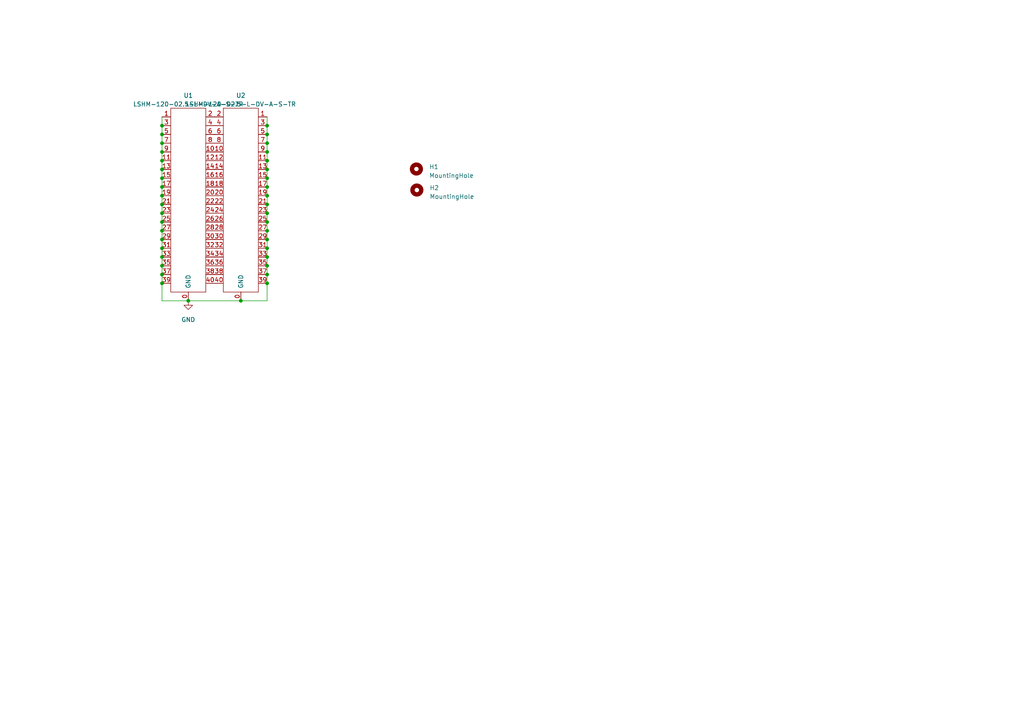
<source format=kicad_sch>
(kicad_sch (version 20230121) (generator eeschema)
  (paper "A4")
  (lib_symbols
    (symbol "0_gateway06:LSHM-120-02.5-L-DV-A-S-TR" (pin_names (offset 1.016))
      (property "Reference" "U" (at 0 15.24 0))
      (property "Value" "LSHM-120-02.5-L-DV-A-S-TR" (at 0 17.78 0))
      (symbol "LSHM-120-02.5-L-DV-A-S-TR_0_1"
        (rectangle (start -5.08 13.97) (end 5.08 -39.37))
      )
      (symbol "LSHM-120-02.5-L-DV-A-S-TR_1_1"
        (pin output line (at 0 -41.91 90) (length 2.54) (name "GND") (number "0"))
        (pin bidirectional line (at 7.62 11.43 180) (length 2.54) (name "~") (number "1"))
        (pin bidirectional line (at -7.62 1.27 0) (length 2.54) (name "~") (number "10"))
        (pin bidirectional line (at 7.62 -1.27 180) (length 2.54) (name "~") (number "11"))
        (pin bidirectional line (at -7.62 -1.27 0) (length 2.54) (name "~") (number "12"))
        (pin bidirectional line (at 7.62 -3.81 180) (length 2.54) (name "~") (number "13"))
        (pin bidirectional line (at -7.62 -3.81 0) (length 2.54) (name "~") (number "14"))
        (pin bidirectional line (at 7.62 -6.35 180) (length 2.54) (name "~") (number "15"))
        (pin bidirectional line (at -7.62 -6.35 0) (length 2.54) (name "~") (number "16"))
        (pin bidirectional line (at 7.62 -8.89 180) (length 2.54) (name "~") (number "17"))
        (pin bidirectional line (at -7.62 -8.89 0) (length 2.54) (name "~") (number "18"))
        (pin bidirectional line (at 7.62 -11.43 180) (length 2.54) (name "~") (number "19"))
        (pin bidirectional line (at -7.62 11.43 0) (length 2.54) (name "~") (number "2"))
        (pin bidirectional line (at -7.62 -11.43 0) (length 2.54) (name "~") (number "20"))
        (pin bidirectional line (at 7.62 -13.97 180) (length 2.54) (name "~") (number "21"))
        (pin bidirectional line (at -7.62 -13.97 0) (length 2.54) (name "~") (number "22"))
        (pin bidirectional line (at 7.62 -16.51 180) (length 2.54) (name "~") (number "23"))
        (pin bidirectional line (at -7.62 -16.51 0) (length 2.54) (name "~") (number "24"))
        (pin bidirectional line (at 7.62 -19.05 180) (length 2.54) (name "~") (number "25"))
        (pin bidirectional line (at -7.62 -19.05 0) (length 2.54) (name "~") (number "26"))
        (pin bidirectional line (at 7.62 -21.59 180) (length 2.54) (name "~") (number "27"))
        (pin bidirectional line (at -7.62 -21.59 0) (length 2.54) (name "~") (number "28"))
        (pin bidirectional line (at 7.62 -24.13 180) (length 2.54) (name "~") (number "29"))
        (pin bidirectional line (at 7.62 8.89 180) (length 2.54) (name "~") (number "3"))
        (pin bidirectional line (at -7.62 -24.13 0) (length 2.54) (name "~") (number "30"))
        (pin bidirectional line (at 7.62 -26.67 180) (length 2.54) (name "~") (number "31"))
        (pin bidirectional line (at -7.62 -26.67 0) (length 2.54) (name "~") (number "32"))
        (pin bidirectional line (at 7.62 -29.21 180) (length 2.54) (name "~") (number "33"))
        (pin bidirectional line (at -7.62 -29.21 0) (length 2.54) (name "~") (number "34"))
        (pin bidirectional line (at 7.62 -31.75 180) (length 2.54) (name "~") (number "35"))
        (pin bidirectional line (at -7.62 -31.75 0) (length 2.54) (name "~") (number "36"))
        (pin bidirectional line (at 7.62 -34.29 180) (length 2.54) (name "~") (number "37"))
        (pin bidirectional line (at -7.62 -34.29 0) (length 2.54) (name "~") (number "38"))
        (pin bidirectional line (at 7.62 -36.83 180) (length 2.54) (name "~") (number "39"))
        (pin bidirectional line (at -7.62 8.89 0) (length 2.54) (name "~") (number "4"))
        (pin bidirectional line (at -7.62 -36.83 0) (length 2.54) (name "~") (number "40"))
        (pin bidirectional line (at 7.62 6.35 180) (length 2.54) (name "~") (number "5"))
        (pin bidirectional line (at -7.62 6.35 0) (length 2.54) (name "~") (number "6"))
        (pin bidirectional line (at 7.62 3.81 180) (length 2.54) (name "~") (number "7"))
        (pin bidirectional line (at -7.62 3.81 0) (length 2.54) (name "~") (number "8"))
        (pin bidirectional line (at 7.62 1.27 180) (length 2.54) (name "~") (number "9"))
      )
    )
    (symbol "Mechanical:MountingHole" (pin_names (offset 1.016))
      (property "Reference" "H" (at 0 5.08 0))
      (property "Value" "MountingHole" (at 0 3.175 0))
      (symbol "MountingHole_0_1"
        (circle (center 0 0) (radius 1.27) (stroke (width 1.27)))
      )
    )
    (symbol "power:GND" (power) (pin_names (offset 0))
      (property "Value" "GND" (at 0 -3.81 0))
      (symbol "GND_0_1"
        (polyline (pts (xy 0 0) (xy 0 -1.27) (xy 1.27 -1.27) (xy 0 -2.54) (xy -1.27 -1.27) (xy 0 -1.27)))
      )
      (symbol "GND_1_1"
        (pin power_in line (at 0 0 270) (length 0) hide (name "GND") (number "1"))
      )
    )
  )
  (junction (at 46.99 66.929))
  (junction (at 46.99 64.389))
  (junction (at 77.47 49.149))
  (junction (at 46.99 41.529))
  (junction (at 46.99 59.309))
  (junction (at 46.99 69.469))
  (junction (at 46.99 38.989))
  (junction (at 77.47 64.389))
  (junction (at 77.47 54.229))
  (junction (at 77.47 66.929))
  (junction (at 46.99 74.549))
  (junction (at 77.47 38.989))
  (junction (at 77.47 56.769))
  (junction (at 77.47 36.449))
  (junction (at 46.99 79.629))
  (junction (at 46.99 44.069))
  (junction (at 77.47 77.089))
  (junction (at 46.99 77.089))
  (junction (at 46.99 82.169))
  (junction (at 77.47 59.309))
  (junction (at 77.47 82.169))
  (junction (at 77.47 46.609))
  (junction (at 77.47 51.689))
  (junction (at 77.47 61.849))
  (junction (at 46.99 36.449))
  (junction (at 46.99 61.849))
  (junction (at 69.85 87.249))
  (junction (at 77.47 41.529))
  (junction (at 46.99 49.149))
  (junction (at 46.99 46.609))
  (junction (at 46.99 54.229))
  (junction (at 77.47 69.469))
  (junction (at 54.61 87.249))
  (junction (at 77.47 79.629))
  (junction (at 77.47 72.009))
  (junction (at 46.99 72.009))
  (junction (at 77.47 44.069))
  (junction (at 46.99 51.689))
  (junction (at 46.99 56.769))
  (junction (at 77.47 74.549))
  (wire (pts (xy 46.99 33.909) (xy 46.99 36.449)))
  (wire (pts (xy 77.47 72.009) (xy 77.47 74.549)))
  (wire (pts (xy 77.47 87.249) (xy 69.85 87.249)))
  (wire (pts (xy 46.99 77.089) (xy 46.99 79.629)))
  (wire (pts (xy 46.99 74.549) (xy 46.99 77.089)))
  (wire (pts (xy 46.99 38.989) (xy 46.99 41.529)))
  (wire (pts (xy 46.99 49.149) (xy 46.99 51.689)))
  (wire (pts (xy 46.99 51.689) (xy 46.99 54.229)))
  (wire (pts (xy 46.99 79.629) (xy 46.99 82.169)))
  (wire (pts (xy 77.47 66.929) (xy 77.47 69.469)))
  (wire (pts (xy 77.47 41.529) (xy 77.47 44.069)))
  (wire (pts (xy 77.47 59.309) (xy 77.47 61.849)))
  (wire (pts (xy 46.99 64.389) (xy 46.99 66.929)))
  (wire (pts (xy 77.47 51.689) (xy 77.47 54.229)))
  (wire (pts (xy 46.99 59.309) (xy 46.99 61.849)))
  (wire (pts (xy 46.99 36.449) (xy 46.99 38.989)))
  (wire (pts (xy 46.99 82.169) (xy 46.99 87.249)))
  (wire (pts (xy 77.47 82.169) (xy 77.47 87.249)))
  (wire (pts (xy 77.47 69.469) (xy 77.47 72.009)))
  (wire (pts (xy 77.47 44.069) (xy 77.47 46.609)))
  (wire (pts (xy 46.99 69.469) (xy 46.99 72.009)))
  (wire (pts (xy 46.99 87.249) (xy 54.61 87.249)))
  (wire (pts (xy 77.47 54.229) (xy 77.47 56.769)))
  (wire (pts (xy 46.99 72.009) (xy 46.99 74.549)))
  (wire (pts (xy 46.99 46.609) (xy 46.99 49.149)))
  (wire (pts (xy 77.47 49.149) (xy 77.47 51.689)))
  (wire (pts (xy 77.47 64.389) (xy 77.47 66.929)))
  (wire (pts (xy 77.47 74.549) (xy 77.47 77.089)))
  (wire (pts (xy 77.47 33.909) (xy 77.47 36.449)))
  (wire (pts (xy 46.99 56.769) (xy 46.99 59.309)))
  (wire (pts (xy 46.99 44.069) (xy 46.99 46.609)))
  (wire (pts (xy 77.47 77.089) (xy 77.47 79.629)))
  (wire (pts (xy 77.47 61.849) (xy 77.47 64.389)))
  (wire (pts (xy 77.47 46.609) (xy 77.47 49.149)))
  (wire (pts (xy 46.99 41.529) (xy 46.99 44.069)))
  (wire (pts (xy 46.99 54.229) (xy 46.99 56.769)))
  (wire (pts (xy 77.47 36.449) (xy 77.47 38.989)))
  (wire (pts (xy 69.85 87.249) (xy 54.61 87.249)))
  (wire (pts (xy 77.47 79.629) (xy 77.47 82.169)))
  (wire (pts (xy 77.47 56.769) (xy 77.47 59.309)))
  (wire (pts (xy 46.99 66.929) (xy 46.99 69.469)))
  (wire (pts (xy 46.99 61.849) (xy 46.99 64.389)))
  (wire (pts (xy 77.47 38.989) (xy 77.47 41.529)))
  (symbol (lib_id "Mechanical:MountingHole") (at 120.777 49.022 0) (unit 1)
    (property "Reference" "H1" (at 124.46 48.387 0) (effects (justify left)))
    (property "Value" "MountingHole" (at 124.46 50.927 0) (effects (justify left)))
    (property "Footprint" "0_gateway06_lib:SMA_Hermetic" (effects hide))
  )
  (symbol (lib_id "0_gateway06:LSHM-120-02.5-L-DV-A-S-TR") (at 69.85 45.339 0) (unit 1)
    (property "Reference" "U2" (at 69.85 27.686 0))
    (property "Value" "LSHM-120-02.5-L-DV-A-S-TR" (at 69.85 30.226 0))
    (property "Footprint" "0_gateway06_lib:LSHM-120-02.5-L-DV-A-S-TR" (effects hide))
  )
  (symbol (lib_id "Mechanical:MountingHole") (at 120.904 55.118 0) (unit 1)
    (property "Reference" "H2" (at 124.587 54.483 0) (effects (justify left)))
    (property "Value" "MountingHole" (at 124.587 57.023 0) (effects (justify left)))
    (property "Footprint" "0_gateway06_lib:SMA_Hermetic" (effects hide))
  )
  (symbol (lib_id "0_gateway06:LSHM-120-02.5-L-DV-A-S-TR") (at 54.61 45.339 0) (mirror y) (unit 1)
    (property "Reference" "U1" (at 54.61 27.686 0))
    (property "Value" "LSHM-120-02.5-L-DV-A-S-TR" (at 54.61 30.226 0))
    (property "Footprint" "0_gateway06_lib:LSHM-120-02.5-L-DV-A-S-TR" (effects hide))
  )
  (symbol (lib_id "power:GND") (at 54.61 87.249 0) (unit 1)
    (property "Reference" "#PWR01" (effects hide))
    (property "Value" "GND" (at 54.61 92.71 0))
  )
)
</source>
